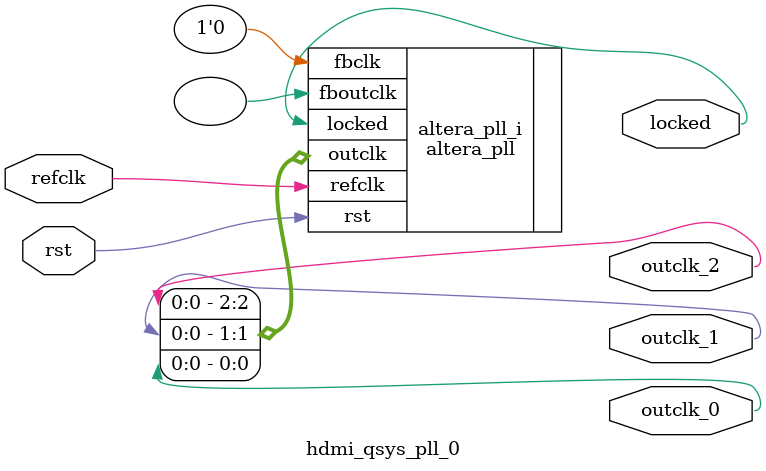
<source format=v>
`timescale 1ns/10ps
module  hdmi_qsys_pll_0(

	// interface 'refclk'
	input wire refclk,

	// interface 'reset'
	input wire rst,

	// interface 'outclk0'
	output wire outclk_0,

	// interface 'outclk1'
	output wire outclk_1,

	// interface 'outclk2'
	output wire outclk_2,

	// interface 'locked'
	output wire locked
);

	altera_pll #(
		.fractional_vco_multiplier("false"),
		.reference_clock_frequency("50.0 MHz"),
		.operation_mode("normal"),
		.number_of_clocks(3),
		.output_clock_frequency0("60.000000 MHz"),
		.phase_shift0("0 ps"),
		.duty_cycle0(50),
		.output_clock_frequency1("300.000000 MHz"),
		.phase_shift1("0 ps"),
		.duty_cycle1(50),
		.output_clock_frequency2("60.000000 MHz"),
		.phase_shift2("0 ps"),
		.duty_cycle2(50),
		.output_clock_frequency3("0 MHz"),
		.phase_shift3("0 ps"),
		.duty_cycle3(50),
		.output_clock_frequency4("0 MHz"),
		.phase_shift4("0 ps"),
		.duty_cycle4(50),
		.output_clock_frequency5("0 MHz"),
		.phase_shift5("0 ps"),
		.duty_cycle5(50),
		.output_clock_frequency6("0 MHz"),
		.phase_shift6("0 ps"),
		.duty_cycle6(50),
		.output_clock_frequency7("0 MHz"),
		.phase_shift7("0 ps"),
		.duty_cycle7(50),
		.output_clock_frequency8("0 MHz"),
		.phase_shift8("0 ps"),
		.duty_cycle8(50),
		.output_clock_frequency9("0 MHz"),
		.phase_shift9("0 ps"),
		.duty_cycle9(50),
		.output_clock_frequency10("0 MHz"),
		.phase_shift10("0 ps"),
		.duty_cycle10(50),
		.output_clock_frequency11("0 MHz"),
		.phase_shift11("0 ps"),
		.duty_cycle11(50),
		.output_clock_frequency12("0 MHz"),
		.phase_shift12("0 ps"),
		.duty_cycle12(50),
		.output_clock_frequency13("0 MHz"),
		.phase_shift13("0 ps"),
		.duty_cycle13(50),
		.output_clock_frequency14("0 MHz"),
		.phase_shift14("0 ps"),
		.duty_cycle14(50),
		.output_clock_frequency15("0 MHz"),
		.phase_shift15("0 ps"),
		.duty_cycle15(50),
		.output_clock_frequency16("0 MHz"),
		.phase_shift16("0 ps"),
		.duty_cycle16(50),
		.output_clock_frequency17("0 MHz"),
		.phase_shift17("0 ps"),
		.duty_cycle17(50),
		.pll_type("General"),
		.pll_subtype("General")
	) altera_pll_i (
		.rst	(rst),
		.outclk	({outclk_2, outclk_1, outclk_0}),
		.locked	(locked),
		.fboutclk	( ),
		.fbclk	(1'b0),
		.refclk	(refclk)
	);
endmodule


</source>
